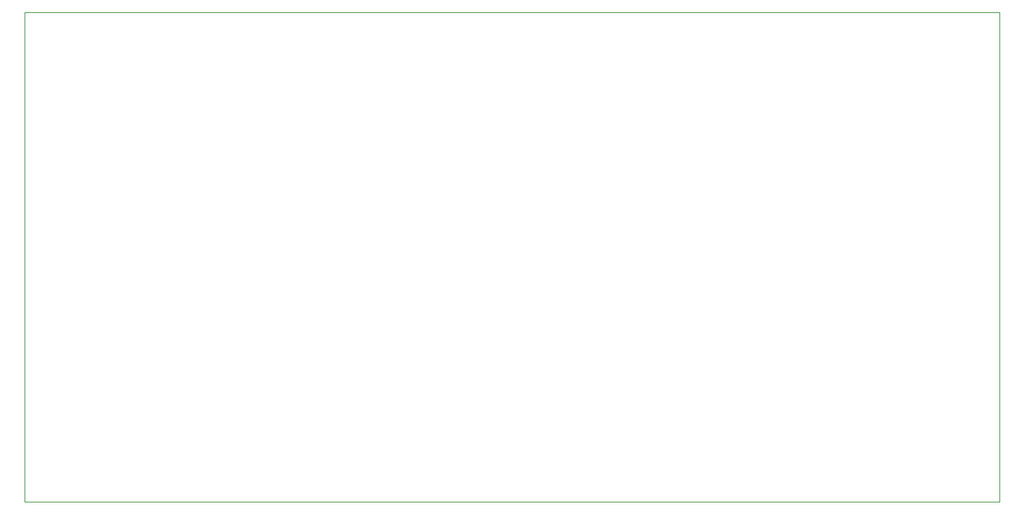
<source format=gbr>
%TF.GenerationSoftware,KiCad,Pcbnew,(5.1.9)-1*%
%TF.CreationDate,2021-07-21T07:35:28-05:00*%
%TF.ProjectId,SE_placa,53455f70-6c61-4636-912e-6b696361645f,A*%
%TF.SameCoordinates,Original*%
%TF.FileFunction,Profile,NP*%
%FSLAX46Y46*%
G04 Gerber Fmt 4.6, Leading zero omitted, Abs format (unit mm)*
G04 Created by KiCad (PCBNEW (5.1.9)-1) date 2021-07-21 07:35:28*
%MOMM*%
%LPD*%
G01*
G04 APERTURE LIST*
%TA.AperFunction,Profile*%
%ADD10C,0.050000*%
%TD*%
G04 APERTURE END LIST*
D10*
X222885000Y-76200000D02*
X222885000Y-18796000D01*
X108585000Y-76200000D02*
X108585000Y-18796000D01*
X222885000Y-76200000D02*
X108585000Y-76200000D01*
X108585000Y-18796000D02*
X222885000Y-18796000D01*
M02*

</source>
